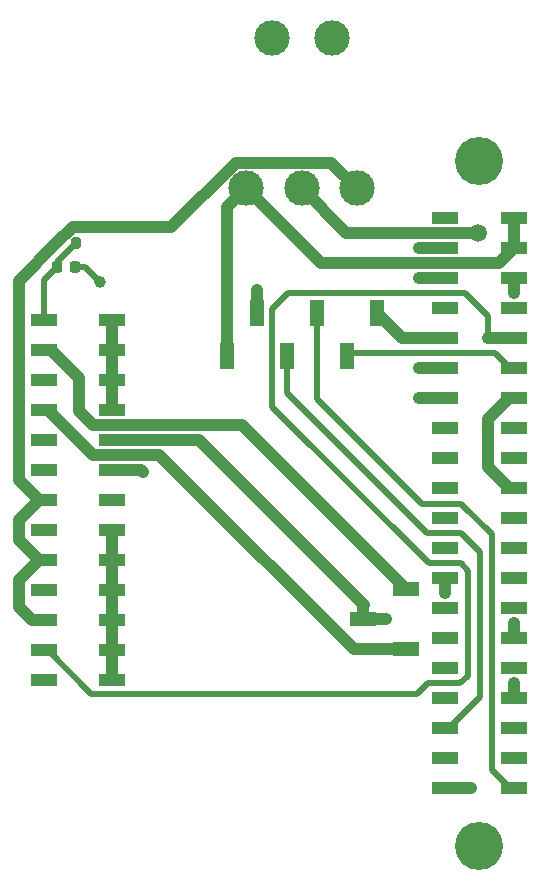
<source format=gtl>
G04 #@! TF.GenerationSoftware,KiCad,Pcbnew,(7.0.0-0)*
G04 #@! TF.CreationDate,2023-03-19T22:54:23+01:00*
G04 #@! TF.ProjectId,TinyLlama-Wavetable,54696e79-4c6c-4616-9d61-2d5761766574,rev?*
G04 #@! TF.SameCoordinates,Original*
G04 #@! TF.FileFunction,Copper,L1,Top*
G04 #@! TF.FilePolarity,Positive*
%FSLAX46Y46*%
G04 Gerber Fmt 4.6, Leading zero omitted, Abs format (unit mm)*
G04 Created by KiCad (PCBNEW (7.0.0-0)) date 2023-03-19 22:54:23*
%MOMM*%
%LPD*%
G01*
G04 APERTURE LIST*
G04 Aperture macros list*
%AMRoundRect*
0 Rectangle with rounded corners*
0 $1 Rounding radius*
0 $2 $3 $4 $5 $6 $7 $8 $9 X,Y pos of 4 corners*
0 Add a 4 corners polygon primitive as box body*
4,1,4,$2,$3,$4,$5,$6,$7,$8,$9,$2,$3,0*
0 Add four circle primitives for the rounded corners*
1,1,$1+$1,$2,$3*
1,1,$1+$1,$4,$5*
1,1,$1+$1,$6,$7*
1,1,$1+$1,$8,$9*
0 Add four rect primitives between the rounded corners*
20,1,$1+$1,$2,$3,$4,$5,0*
20,1,$1+$1,$4,$5,$6,$7,0*
20,1,$1+$1,$6,$7,$8,$9,0*
20,1,$1+$1,$8,$9,$2,$3,0*%
G04 Aperture macros list end*
G04 #@! TA.AperFunction,ComponentPad*
%ADD10C,4.064000*%
G04 #@! TD*
G04 #@! TA.AperFunction,SMDPad,CuDef*
%ADD11R,2.300000X1.020000*%
G04 #@! TD*
G04 #@! TA.AperFunction,SMDPad,CuDef*
%ADD12R,1.270000X2.200000*%
G04 #@! TD*
G04 #@! TA.AperFunction,SMDPad,CuDef*
%ADD13RoundRect,0.225000X-0.225000X-0.250000X0.225000X-0.250000X0.225000X0.250000X-0.225000X0.250000X0*%
G04 #@! TD*
G04 #@! TA.AperFunction,SMDPad,CuDef*
%ADD14RoundRect,0.200000X0.200000X0.275000X-0.200000X0.275000X-0.200000X-0.275000X0.200000X-0.275000X0*%
G04 #@! TD*
G04 #@! TA.AperFunction,SMDPad,CuDef*
%ADD15R,2.200000X1.270000*%
G04 #@! TD*
G04 #@! TA.AperFunction,ComponentPad*
%ADD16C,3.000000*%
G04 #@! TD*
G04 #@! TA.AperFunction,ViaPad*
%ADD17C,1.000000*%
G04 #@! TD*
G04 #@! TA.AperFunction,ViaPad*
%ADD18C,1.500000*%
G04 #@! TD*
G04 #@! TA.AperFunction,Conductor*
%ADD19C,1.000000*%
G04 #@! TD*
G04 #@! TA.AperFunction,Conductor*
%ADD20C,0.500000*%
G04 #@! TD*
G04 APERTURE END LIST*
D10*
X0Y-29000000D03*
D11*
X-31099999Y-14969999D03*
X-36899999Y-14969999D03*
X-31099999Y-12429999D03*
X-36899999Y-12429999D03*
X-31099999Y-9889999D03*
X-36899999Y-9889999D03*
X-31099999Y-7349999D03*
X-36899999Y-7349999D03*
X-31099999Y-4809999D03*
X-36899999Y-4809999D03*
X-31099999Y-2269999D03*
X-36899999Y-2269999D03*
X-31099999Y269999D03*
X-36899999Y269999D03*
X-31099999Y2809999D03*
X-36899999Y2809999D03*
X-31099999Y5349999D03*
X-36899999Y5349999D03*
X-31099999Y7889999D03*
X-36899999Y7889999D03*
X-31099999Y10429999D03*
X-36899999Y10429999D03*
X-31099999Y12969999D03*
X-36899999Y12969999D03*
X-31099999Y15509999D03*
X-36899999Y15509999D03*
D12*
X-8649999Y16104999D03*
X-11189999Y12504999D03*
X-13729999Y16104999D03*
X-16269999Y12504999D03*
X-18809999Y16104999D03*
X-21349999Y12504999D03*
D13*
X-35775000Y20000000D03*
X-34225000Y20000000D03*
D14*
X-34175000Y22000000D03*
X-35825000Y22000000D03*
D15*
X-6214999Y-12364999D03*
X-9814999Y-9824999D03*
X-6214999Y-7284999D03*
D11*
X-2899999Y24129999D03*
X2899999Y24129999D03*
X-2899999Y21589999D03*
X2899999Y21589999D03*
X-2899999Y19049999D03*
X2899999Y19049999D03*
X-2899999Y16509999D03*
X2899999Y16509999D03*
X-2899999Y13969999D03*
X2899999Y13969999D03*
X-2899999Y11429999D03*
X2899999Y11429999D03*
X-2899999Y8889999D03*
X2899999Y8889999D03*
X-2899999Y6349999D03*
X2899999Y6349999D03*
X-2899999Y3809999D03*
X2899999Y3809999D03*
X-2899999Y1269999D03*
X2899999Y1269999D03*
X-2899999Y-1269999D03*
X2899999Y-1269999D03*
X-2899999Y-3809999D03*
X2899999Y-3809999D03*
X-2899999Y-6349999D03*
X2899999Y-6349999D03*
X-2899999Y-8889999D03*
X2899999Y-8889999D03*
X-2899999Y-11429999D03*
X2899999Y-11429999D03*
X-2899999Y-13969999D03*
X2899999Y-13969999D03*
X-2899999Y-16509999D03*
X2899999Y-16509999D03*
X-2899999Y-19049999D03*
X2899999Y-19049999D03*
X-2899999Y-21589999D03*
X2899999Y-21589999D03*
X-2899999Y-24129999D03*
X2899999Y-24129999D03*
D10*
X0Y29000000D03*
D16*
X-17590000Y39350000D03*
X-12510000Y39350000D03*
X-19750000Y26650000D03*
X-15050000Y26650000D03*
X-10350000Y26650000D03*
D17*
X-25650000Y2650000D03*
X-28450000Y2650000D03*
X-31100000Y-11150000D03*
X-31100000Y-13740000D03*
X2900000Y-15250000D03*
X-2900000Y-7610000D03*
X-18820000Y18070000D03*
X760000Y3036000D03*
X-31100000Y-3550000D03*
X-31100000Y-6100000D03*
X-700000Y-24140000D03*
X2900000Y-10170000D03*
X-31100000Y-8600000D03*
X2900000Y17790000D03*
X-32110000Y18720000D03*
X-6515000Y13970000D03*
X760000Y7124000D03*
D18*
X-140000Y22860000D03*
D17*
X-5100000Y21590000D03*
X-5100000Y19050000D03*
X710000Y13970000D03*
X-5100000Y11430000D03*
X-5100000Y8890000D03*
X-28000000Y5350000D03*
X-31100000Y11700000D03*
X-7890000Y-9830000D03*
X-31100000Y14300000D03*
X-32744000Y6620000D03*
D19*
X-27100000Y4100000D02*
X-25650000Y2650000D01*
X-25650000Y2650000D02*
X-10635000Y-12365000D01*
X-31100000Y2810000D02*
X-28610000Y2810000D01*
X-28610000Y2810000D02*
X-28450000Y2650000D01*
X-21350000Y12505000D02*
X-21350000Y25050000D01*
X-21350000Y25050000D02*
X-19750000Y26650000D01*
D20*
X-36900000Y15510000D02*
X-36900000Y18875000D01*
X-36900000Y18875000D02*
X-35775000Y20000000D01*
X-35775000Y20400000D02*
X-34175000Y22000000D01*
X-35775000Y20000000D02*
X-35775000Y20400000D01*
D19*
X-2900000Y-24130000D02*
X-710000Y-24130000D01*
X-710000Y-24130000D02*
X-700000Y-24140000D01*
X2526000Y1270000D02*
X760000Y3036000D01*
X2900000Y-11430000D02*
X2900000Y-10170000D01*
X-31100000Y-9890000D02*
X-31100000Y-8600000D01*
D20*
X-34225000Y20000000D02*
X-33390000Y20000000D01*
D19*
X-31100000Y-8600000D02*
X-31100000Y-7350000D01*
X-31100000Y-11150000D02*
X-31100000Y-9890000D01*
X-31100000Y-12430000D02*
X-31100000Y-11150000D01*
X760000Y7124000D02*
X2526000Y8890000D01*
X-31100000Y-4810000D02*
X-31100000Y-2270000D01*
X-6515000Y13970000D02*
X-8650000Y16105000D01*
X-18810000Y18060000D02*
X-18820000Y18070000D01*
X760000Y3036000D02*
X760000Y7124000D01*
X-2900000Y-6350000D02*
X-2900000Y-7610000D01*
X2900000Y-16510000D02*
X2900000Y-15250000D01*
X-31100000Y-6100000D02*
X-31100000Y-4810000D01*
X2900000Y1270000D02*
X2526000Y1270000D01*
X-31100000Y-14970000D02*
X-31100000Y-12430000D01*
X-2900000Y13970000D02*
X-6515000Y13970000D01*
D20*
X-33390000Y20000000D02*
X-32110000Y18720000D01*
D19*
X2526000Y8890000D02*
X2900000Y8890000D01*
X-31100000Y-7350000D02*
X-31100000Y-6100000D01*
X-18810000Y16105000D02*
X-18810000Y18060000D01*
X2900000Y19050000D02*
X2900000Y17790000D01*
X-15050000Y26650000D02*
X-11260000Y22860000D01*
X-11260000Y22860000D02*
X-140000Y22860000D01*
X-2900000Y21590000D02*
X-5100000Y21590000D01*
X-2900000Y19050000D02*
X-5100000Y19050000D01*
D20*
X-4260000Y-5100000D02*
X-1600000Y-5100000D01*
X-1600000Y-5100000D02*
X-1000000Y-5700000D01*
X-5250000Y-16120000D02*
X-32850000Y-16120000D01*
X-1660000Y-15260000D02*
X-4390000Y-15260000D01*
X-4390000Y-15260000D02*
X-5250000Y-16120000D01*
X710000Y13970000D02*
X710000Y15830000D01*
X-17520000Y8160000D02*
X-4260000Y-5100000D01*
X-1000000Y-14600000D02*
X-1660000Y-15260000D01*
X-36540000Y-12430000D02*
X-36900000Y-12430000D01*
X-1000000Y-5700000D02*
X-1000000Y-14600000D01*
X-32850000Y-16120000D02*
X-36540000Y-12430000D01*
X710000Y15830000D02*
X-1240000Y17780000D01*
X-1240000Y17780000D02*
X-16220000Y17780000D01*
X-16220000Y17780000D02*
X-17520000Y16480000D01*
D19*
X2900000Y13970000D02*
X710000Y13970000D01*
D20*
X-17520000Y16480000D02*
X-17520000Y8160000D01*
D19*
X-2900000Y11430000D02*
X-5100000Y11430000D01*
X-2900000Y8890000D02*
X-5100000Y8890000D01*
X2900000Y21590000D02*
X2900000Y24130000D01*
X-19750000Y26650000D02*
X-13410000Y20310000D01*
X1620000Y20310000D02*
X2900000Y21590000D01*
X-13410000Y20310000D02*
X1620000Y20310000D01*
D20*
X2590000Y11430000D02*
X2900000Y11430000D01*
X-10985000Y12710000D02*
X1310000Y12710000D01*
X-11190000Y12505000D02*
X-10985000Y12710000D01*
X1310000Y12710000D02*
X2590000Y11430000D01*
X30000Y-4160000D02*
X30000Y-16430000D01*
X-1570000Y-2560000D02*
X30000Y-4160000D01*
X30000Y-16430000D02*
X-2590000Y-19050000D01*
X-16270000Y12505000D02*
X-16270000Y9300000D01*
X-4410000Y-2560000D02*
X-1570000Y-2560000D01*
X-2590000Y-19050000D02*
X-2900000Y-19050000D01*
X-16270000Y9300000D02*
X-4410000Y-2560000D01*
X2600000Y-24130000D02*
X2900000Y-24130000D01*
X-13730000Y16105000D02*
X-13730000Y8800000D01*
X-13730000Y8800000D02*
X-4900000Y-30000D01*
X1050000Y-22580000D02*
X2600000Y-24130000D01*
X-1540000Y-30000D02*
X1050000Y-2620000D01*
X1050000Y-2620000D02*
X1050000Y-22580000D01*
X-4900000Y-30000D02*
X-1540000Y-30000D01*
D19*
X-39000000Y-1456000D02*
X-39000000Y-3084000D01*
X-39000000Y-6536000D02*
X-39000000Y-8750000D01*
X-36900000Y-4810000D02*
X-37274000Y-4810000D01*
X-39000000Y-8750000D02*
X-37860000Y-9890000D01*
X-20620000Y28840000D02*
X-26070000Y23390000D01*
X-37274000Y-4810000D02*
X-39000000Y-6536000D01*
X-37860000Y-9890000D02*
X-36900000Y-9890000D01*
X-39000000Y-3084000D02*
X-37274000Y-4810000D01*
X-35825000Y22000000D02*
X-39000000Y18825000D01*
X-39000000Y1996000D02*
X-37274000Y270000D01*
X-36900000Y270000D02*
X-37274000Y270000D01*
X-34435000Y23390000D02*
X-35825000Y22000000D01*
X-10350000Y26650000D02*
X-12540000Y28840000D01*
X-39000000Y18825000D02*
X-39000000Y1996000D01*
X-12540000Y28840000D02*
X-20620000Y28840000D01*
X-26070000Y23390000D02*
X-34435000Y23390000D01*
X-37274000Y270000D02*
X-39000000Y-1456000D01*
X-32736000Y4100000D02*
X-27100000Y4100000D01*
X-10635000Y-12365000D02*
X-6215000Y-12365000D01*
X-36900000Y7890000D02*
X-36526000Y7890000D01*
X-36526000Y7890000D02*
X-32736000Y4100000D01*
X-31100000Y14300000D02*
X-31100000Y15510000D01*
X-7895000Y-9825000D02*
X-7890000Y-9830000D01*
X-28000000Y5350000D02*
X-23750000Y5350000D01*
X-31100000Y10430000D02*
X-31100000Y11700000D01*
X-31100000Y5350000D02*
X-28000000Y5350000D01*
X-23750000Y5350000D02*
X-9800000Y-8600000D01*
X-31100000Y9200000D02*
X-31100000Y10430000D01*
X-31100000Y7890000D02*
X-31100000Y9200000D01*
X-9815000Y-8615000D02*
X-9815000Y-9825000D01*
X-31100000Y12970000D02*
X-31100000Y14300000D01*
X-9800000Y-8600000D02*
X-9815000Y-8615000D01*
X-9815000Y-9825000D02*
X-7895000Y-9825000D01*
X-31100000Y11700000D02*
X-31100000Y12970000D01*
X-20120000Y6620000D02*
X-6215000Y-7285000D01*
X-36900000Y12970000D02*
X-36288000Y12970000D01*
X-33910000Y10592000D02*
X-33910000Y7786000D01*
X-32744000Y6620000D02*
X-20120000Y6620000D01*
X-36288000Y12970000D02*
X-33910000Y10592000D01*
X-33910000Y7786000D02*
X-32744000Y6620000D01*
M02*

</source>
